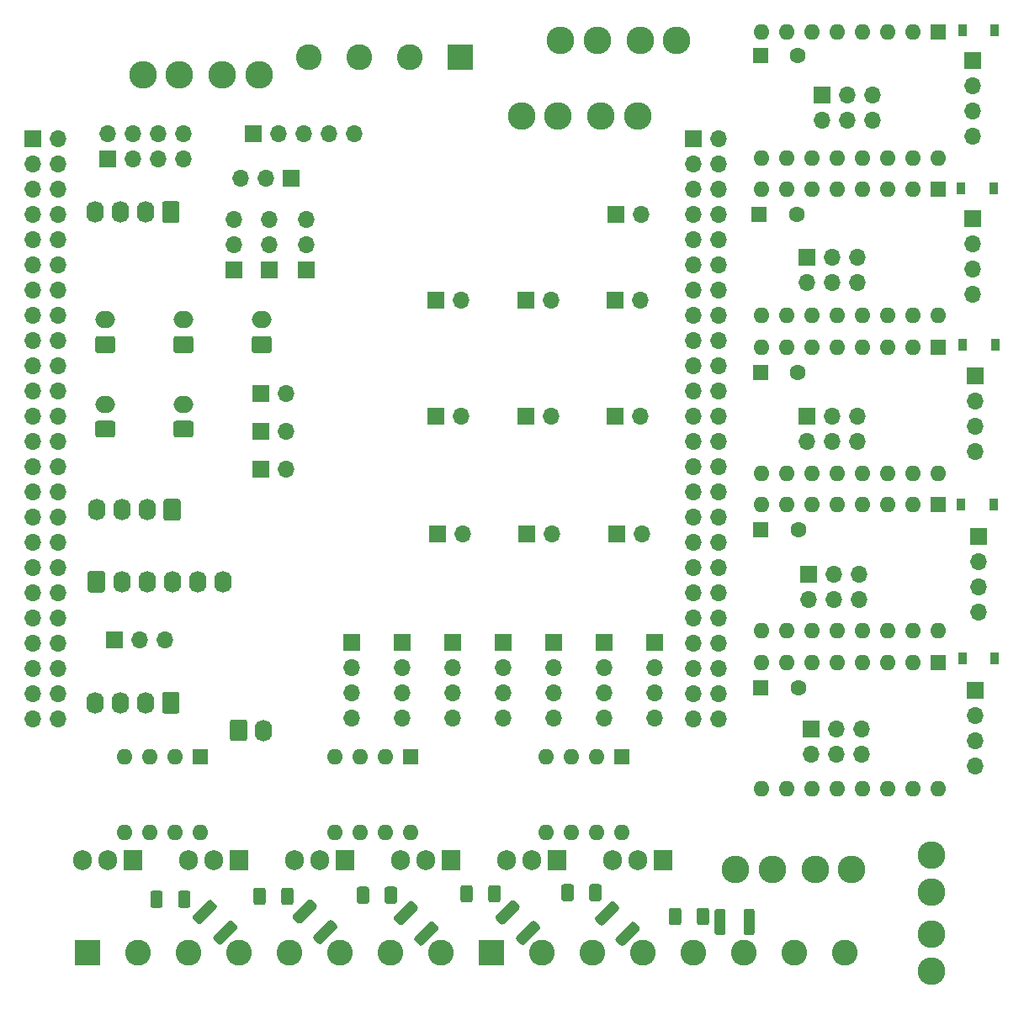
<source format=gbr>
%TF.GenerationSoftware,KiCad,Pcbnew,(5.1.10)-1*%
%TF.CreationDate,2021-08-20T00:09:58-04:00*%
%TF.ProjectId,Back_F407_expansion_board,4261636b-5f46-4343-9037-5f657870616e,rev?*%
%TF.SameCoordinates,Original*%
%TF.FileFunction,Soldermask,Bot*%
%TF.FilePolarity,Negative*%
%FSLAX46Y46*%
G04 Gerber Fmt 4.6, Leading zero omitted, Abs format (unit mm)*
G04 Created by KiCad (PCBNEW (5.1.10)-1) date 2021-08-20 00:09:58*
%MOMM*%
%LPD*%
G01*
G04 APERTURE LIST*
%ADD10C,2.780000*%
%ADD11O,1.740000X2.190000*%
%ADD12O,1.700000X1.700000*%
%ADD13R,1.700000X1.700000*%
%ADD14O,1.600000X1.600000*%
%ADD15R,1.600000X1.600000*%
%ADD16R,0.900000X1.200000*%
%ADD17C,1.600000*%
%ADD18C,2.600000*%
%ADD19R,2.600000X2.600000*%
%ADD20O,2.000000X1.700000*%
%ADD21O,1.905000X2.000000*%
%ADD22R,1.905000X2.000000*%
G04 APERTURE END LIST*
D10*
%TO.C,F5*%
X163550600Y-118956600D03*
X163550600Y-122656600D03*
X163550600Y-126956600D03*
X163550600Y-130656600D03*
%TD*%
%TO.C,F4*%
X84176600Y-40411400D03*
X87876600Y-40411400D03*
X92176600Y-40411400D03*
X95876600Y-40411400D03*
%TD*%
%TO.C,F3*%
X143824200Y-120421400D03*
X147524200Y-120421400D03*
X151824200Y-120421400D03*
X155524200Y-120421400D03*
%TD*%
%TO.C,F2*%
X133958600Y-44526200D03*
X130258600Y-44526200D03*
X125958600Y-44526200D03*
X122258600Y-44526200D03*
%TD*%
%TO.C,F1*%
X137912600Y-36906200D03*
X134212600Y-36906200D03*
X129912600Y-36906200D03*
X126212600Y-36906200D03*
%TD*%
%TO.C,D19*%
G36*
G01*
X87729900Y-124043600D02*
X87729900Y-122793600D01*
G75*
G02*
X87979900Y-122543600I250000J0D01*
G01*
X88729900Y-122543600D01*
G75*
G02*
X88979900Y-122793600I0J-250000D01*
G01*
X88979900Y-124043600D01*
G75*
G02*
X88729900Y-124293600I-250000J0D01*
G01*
X87979900Y-124293600D01*
G75*
G02*
X87729900Y-124043600I0J250000D01*
G01*
G37*
G36*
G01*
X84929900Y-124043600D02*
X84929900Y-122793600D01*
G75*
G02*
X85179900Y-122543600I250000J0D01*
G01*
X85929900Y-122543600D01*
G75*
G02*
X86179900Y-122793600I0J-250000D01*
G01*
X86179900Y-124043600D01*
G75*
G02*
X85929900Y-124293600I-250000J0D01*
G01*
X85179900Y-124293600D01*
G75*
G02*
X84929900Y-124043600I0J250000D01*
G01*
G37*
%TD*%
%TO.C,D17*%
G36*
G01*
X98093100Y-123738800D02*
X98093100Y-122488800D01*
G75*
G02*
X98343100Y-122238800I250000J0D01*
G01*
X99093100Y-122238800D01*
G75*
G02*
X99343100Y-122488800I0J-250000D01*
G01*
X99343100Y-123738800D01*
G75*
G02*
X99093100Y-123988800I-250000J0D01*
G01*
X98343100Y-123988800D01*
G75*
G02*
X98093100Y-123738800I0J250000D01*
G01*
G37*
G36*
G01*
X95293100Y-123738800D02*
X95293100Y-122488800D01*
G75*
G02*
X95543100Y-122238800I250000J0D01*
G01*
X96293100Y-122238800D01*
G75*
G02*
X96543100Y-122488800I0J-250000D01*
G01*
X96543100Y-123738800D01*
G75*
G02*
X96293100Y-123988800I-250000J0D01*
G01*
X95543100Y-123988800D01*
G75*
G02*
X95293100Y-123738800I0J250000D01*
G01*
G37*
%TD*%
%TO.C,D15*%
G36*
G01*
X108507100Y-123637200D02*
X108507100Y-122387200D01*
G75*
G02*
X108757100Y-122137200I250000J0D01*
G01*
X109507100Y-122137200D01*
G75*
G02*
X109757100Y-122387200I0J-250000D01*
G01*
X109757100Y-123637200D01*
G75*
G02*
X109507100Y-123887200I-250000J0D01*
G01*
X108757100Y-123887200D01*
G75*
G02*
X108507100Y-123637200I0J250000D01*
G01*
G37*
G36*
G01*
X105707100Y-123637200D02*
X105707100Y-122387200D01*
G75*
G02*
X105957100Y-122137200I250000J0D01*
G01*
X106707100Y-122137200D01*
G75*
G02*
X106957100Y-122387200I0J-250000D01*
G01*
X106957100Y-123637200D01*
G75*
G02*
X106707100Y-123887200I-250000J0D01*
G01*
X105957100Y-123887200D01*
G75*
G02*
X105707100Y-123637200I0J250000D01*
G01*
G37*
%TD*%
%TO.C,D13*%
G36*
G01*
X118932800Y-123484800D02*
X118932800Y-122234800D01*
G75*
G02*
X119182800Y-121984800I250000J0D01*
G01*
X119932800Y-121984800D01*
G75*
G02*
X120182800Y-122234800I0J-250000D01*
G01*
X120182800Y-123484800D01*
G75*
G02*
X119932800Y-123734800I-250000J0D01*
G01*
X119182800Y-123734800D01*
G75*
G02*
X118932800Y-123484800I0J250000D01*
G01*
G37*
G36*
G01*
X116132800Y-123484800D02*
X116132800Y-122234800D01*
G75*
G02*
X116382800Y-121984800I250000J0D01*
G01*
X117132800Y-121984800D01*
G75*
G02*
X117382800Y-122234800I0J-250000D01*
G01*
X117382800Y-123484800D01*
G75*
G02*
X117132800Y-123734800I-250000J0D01*
G01*
X116382800Y-123734800D01*
G75*
G02*
X116132800Y-123484800I0J250000D01*
G01*
G37*
%TD*%
%TO.C,D11*%
G36*
G01*
X129092800Y-123383200D02*
X129092800Y-122133200D01*
G75*
G02*
X129342800Y-121883200I250000J0D01*
G01*
X130092800Y-121883200D01*
G75*
G02*
X130342800Y-122133200I0J-250000D01*
G01*
X130342800Y-123383200D01*
G75*
G02*
X130092800Y-123633200I-250000J0D01*
G01*
X129342800Y-123633200D01*
G75*
G02*
X129092800Y-123383200I0J250000D01*
G01*
G37*
G36*
G01*
X126292800Y-123383200D02*
X126292800Y-122133200D01*
G75*
G02*
X126542800Y-121883200I250000J0D01*
G01*
X127292800Y-121883200D01*
G75*
G02*
X127542800Y-122133200I0J-250000D01*
G01*
X127542800Y-123383200D01*
G75*
G02*
X127292800Y-123633200I-250000J0D01*
G01*
X126542800Y-123633200D01*
G75*
G02*
X126292800Y-123383200I0J250000D01*
G01*
G37*
%TD*%
%TO.C,D9*%
G36*
G01*
X139913200Y-125770800D02*
X139913200Y-124520800D01*
G75*
G02*
X140163200Y-124270800I250000J0D01*
G01*
X140913200Y-124270800D01*
G75*
G02*
X141163200Y-124520800I0J-250000D01*
G01*
X141163200Y-125770800D01*
G75*
G02*
X140913200Y-126020800I-250000J0D01*
G01*
X140163200Y-126020800D01*
G75*
G02*
X139913200Y-125770800I0J250000D01*
G01*
G37*
G36*
G01*
X137113200Y-125770800D02*
X137113200Y-124520800D01*
G75*
G02*
X137363200Y-124270800I250000J0D01*
G01*
X138113200Y-124270800D01*
G75*
G02*
X138363200Y-124520800I0J-250000D01*
G01*
X138363200Y-125770800D01*
G75*
G02*
X138113200Y-126020800I-250000J0D01*
G01*
X137363200Y-126020800D01*
G75*
G02*
X137113200Y-125770800I0J250000D01*
G01*
G37*
%TD*%
%TO.C,R57*%
G36*
G01*
X91571000Y-124340719D02*
X90050719Y-125861000D01*
G75*
G02*
X89697167Y-125861000I-176776J176776D01*
G01*
X89255224Y-125419057D01*
G75*
G02*
X89255224Y-125065505I176776J176776D01*
G01*
X90775505Y-123545224D01*
G75*
G02*
X91129057Y-123545224I176776J-176776D01*
G01*
X91571000Y-123987167D01*
G75*
G02*
X91571000Y-124340719I-176776J-176776D01*
G01*
G37*
G36*
G01*
X93639288Y-126409007D02*
X92119007Y-127929288D01*
G75*
G02*
X91765455Y-127929288I-176776J176776D01*
G01*
X91323512Y-127487345D01*
G75*
G02*
X91323512Y-127133793I176776J176776D01*
G01*
X92843793Y-125613512D01*
G75*
G02*
X93197345Y-125613512I176776J-176776D01*
G01*
X93639288Y-126055455D01*
G75*
G02*
X93639288Y-126409007I-176776J-176776D01*
G01*
G37*
%TD*%
%TO.C,R55*%
G36*
G01*
X101629400Y-124289919D02*
X100109119Y-125810200D01*
G75*
G02*
X99755567Y-125810200I-176776J176776D01*
G01*
X99313624Y-125368257D01*
G75*
G02*
X99313624Y-125014705I176776J176776D01*
G01*
X100833905Y-123494424D01*
G75*
G02*
X101187457Y-123494424I176776J-176776D01*
G01*
X101629400Y-123936367D01*
G75*
G02*
X101629400Y-124289919I-176776J-176776D01*
G01*
G37*
G36*
G01*
X103697688Y-126358207D02*
X102177407Y-127878488D01*
G75*
G02*
X101823855Y-127878488I-176776J176776D01*
G01*
X101381912Y-127436545D01*
G75*
G02*
X101381912Y-127082993I176776J176776D01*
G01*
X102902193Y-125562712D01*
G75*
G02*
X103255745Y-125562712I176776J-176776D01*
G01*
X103697688Y-126004655D01*
G75*
G02*
X103697688Y-126358207I-176776J-176776D01*
G01*
G37*
%TD*%
%TO.C,R53*%
G36*
G01*
X111789400Y-124442319D02*
X110269119Y-125962600D01*
G75*
G02*
X109915567Y-125962600I-176776J176776D01*
G01*
X109473624Y-125520657D01*
G75*
G02*
X109473624Y-125167105I176776J176776D01*
G01*
X110993905Y-123646824D01*
G75*
G02*
X111347457Y-123646824I176776J-176776D01*
G01*
X111789400Y-124088767D01*
G75*
G02*
X111789400Y-124442319I-176776J-176776D01*
G01*
G37*
G36*
G01*
X113857688Y-126510607D02*
X112337407Y-128030888D01*
G75*
G02*
X111983855Y-128030888I-176776J176776D01*
G01*
X111541912Y-127588945D01*
G75*
G02*
X111541912Y-127235393I176776J176776D01*
G01*
X113062193Y-125715112D01*
G75*
G02*
X113415745Y-125715112I176776J-176776D01*
G01*
X113857688Y-126157055D01*
G75*
G02*
X113857688Y-126510607I-176776J-176776D01*
G01*
G37*
%TD*%
%TO.C,R51*%
G36*
G01*
X122036488Y-124377007D02*
X120516207Y-125897288D01*
G75*
G02*
X120162655Y-125897288I-176776J176776D01*
G01*
X119720712Y-125455345D01*
G75*
G02*
X119720712Y-125101793I176776J176776D01*
G01*
X121240993Y-123581512D01*
G75*
G02*
X121594545Y-123581512I176776J-176776D01*
G01*
X122036488Y-124023455D01*
G75*
G02*
X122036488Y-124377007I-176776J-176776D01*
G01*
G37*
G36*
G01*
X124104776Y-126445295D02*
X122584495Y-127965576D01*
G75*
G02*
X122230943Y-127965576I-176776J176776D01*
G01*
X121789000Y-127523633D01*
G75*
G02*
X121789000Y-127170081I176776J176776D01*
G01*
X123309281Y-125649800D01*
G75*
G02*
X123662833Y-125649800I176776J-176776D01*
G01*
X124104776Y-126091743D01*
G75*
G02*
X124104776Y-126445295I-176776J-176776D01*
G01*
G37*
%TD*%
%TO.C,R49*%
G36*
G01*
X132044088Y-124478607D02*
X130523807Y-125998888D01*
G75*
G02*
X130170255Y-125998888I-176776J176776D01*
G01*
X129728312Y-125556945D01*
G75*
G02*
X129728312Y-125203393I176776J176776D01*
G01*
X131248593Y-123683112D01*
G75*
G02*
X131602145Y-123683112I176776J-176776D01*
G01*
X132044088Y-124125055D01*
G75*
G02*
X132044088Y-124478607I-176776J-176776D01*
G01*
G37*
G36*
G01*
X134112376Y-126546895D02*
X132592095Y-128067176D01*
G75*
G02*
X132238543Y-128067176I-176776J176776D01*
G01*
X131796600Y-127625233D01*
G75*
G02*
X131796600Y-127271681I176776J176776D01*
G01*
X133316881Y-125751400D01*
G75*
G02*
X133670433Y-125751400I176776J-176776D01*
G01*
X134112376Y-126193343D01*
G75*
G02*
X134112376Y-126546895I-176776J-176776D01*
G01*
G37*
%TD*%
%TO.C,R47*%
G36*
G01*
X142827900Y-124629599D02*
X142827900Y-126779601D01*
G75*
G02*
X142577901Y-127029600I-249999J0D01*
G01*
X141952899Y-127029600D01*
G75*
G02*
X141702900Y-126779601I0J249999D01*
G01*
X141702900Y-124629599D01*
G75*
G02*
X141952899Y-124379600I249999J0D01*
G01*
X142577901Y-124379600D01*
G75*
G02*
X142827900Y-124629599I0J-249999D01*
G01*
G37*
G36*
G01*
X145752900Y-124629599D02*
X145752900Y-126779601D01*
G75*
G02*
X145502901Y-127029600I-249999J0D01*
G01*
X144877899Y-127029600D01*
G75*
G02*
X144627900Y-126779601I0J249999D01*
G01*
X144627900Y-124629599D01*
G75*
G02*
X144877899Y-124379600I249999J0D01*
G01*
X145502901Y-124379600D01*
G75*
G02*
X145752900Y-124629599I0J-249999D01*
G01*
G37*
%TD*%
D11*
%TO.C,J8*%
X96342200Y-106400600D03*
G36*
G01*
X92932200Y-107245601D02*
X92932200Y-105555599D01*
G75*
G02*
X93182199Y-105305600I249999J0D01*
G01*
X94422201Y-105305600D01*
G75*
G02*
X94672200Y-105555599I0J-249999D01*
G01*
X94672200Y-107245601D01*
G75*
G02*
X94422201Y-107495600I-249999J0D01*
G01*
X93182199Y-107495600D01*
G75*
G02*
X92932200Y-107245601I0J249999D01*
G01*
G37*
%TD*%
D12*
%TO.C,J29*%
X116332000Y-86614000D03*
D13*
X113792000Y-86614000D03*
%TD*%
D12*
%TO.C,J28*%
X125349000Y-86614000D03*
D13*
X122809000Y-86614000D03*
%TD*%
D12*
%TO.C,J27*%
X134366000Y-86614000D03*
D13*
X131826000Y-86614000D03*
%TD*%
D12*
%TO.C,J26*%
X116205000Y-74803000D03*
D13*
X113665000Y-74803000D03*
%TD*%
D12*
%TO.C,J20*%
X125222000Y-74803000D03*
D13*
X122682000Y-74803000D03*
%TD*%
D12*
%TO.C,J19*%
X134239000Y-74803000D03*
D13*
X131699000Y-74803000D03*
%TD*%
D12*
%TO.C,J18*%
X116205000Y-63119000D03*
D13*
X113665000Y-63119000D03*
%TD*%
D12*
%TO.C,J17*%
X125262000Y-63119000D03*
D13*
X122722000Y-63119000D03*
%TD*%
D12*
%TO.C,J13*%
X134239000Y-63119000D03*
D13*
X131699000Y-63119000D03*
%TD*%
D12*
%TO.C,J10*%
X134289800Y-54432200D03*
D13*
X131749800Y-54432200D03*
%TD*%
D12*
%TO.C,J2*%
X142070000Y-105260000D03*
X139530000Y-105260000D03*
X142070000Y-102720000D03*
X139530000Y-102720000D03*
X142070000Y-100180000D03*
X139530000Y-100180000D03*
X142070000Y-97640000D03*
X139530000Y-97640000D03*
X142070000Y-95100000D03*
X139530000Y-95100000D03*
X142070000Y-92560000D03*
X139530000Y-92560000D03*
X142070000Y-90020000D03*
X139530000Y-90020000D03*
X142070000Y-87480000D03*
X139530000Y-87480000D03*
X142070000Y-84940000D03*
X139530000Y-84940000D03*
X142070000Y-82400000D03*
X139530000Y-82400000D03*
X142070000Y-79860000D03*
X139530000Y-79860000D03*
X142070000Y-77320000D03*
X139530000Y-77320000D03*
X142070000Y-74780000D03*
X139530000Y-74780000D03*
X142070000Y-72240000D03*
X139530000Y-72240000D03*
X142070000Y-69700000D03*
X139530000Y-69700000D03*
X142070000Y-67160000D03*
X139530000Y-67160000D03*
X142070000Y-64620000D03*
X139530000Y-64620000D03*
X142070000Y-62080000D03*
X139530000Y-62080000D03*
X142070000Y-59540000D03*
X139530000Y-59540000D03*
X142070000Y-57000000D03*
X139530000Y-57000000D03*
X142070000Y-54460000D03*
X139530000Y-54460000D03*
X142070000Y-51920000D03*
X139530000Y-51920000D03*
X142070000Y-49380000D03*
X139530000Y-49380000D03*
X142070000Y-46840000D03*
D13*
X139530000Y-46840000D03*
%TD*%
D12*
%TO.C,J48*%
X100584000Y-54991000D03*
X100584000Y-57531000D03*
D13*
X100584000Y-60071000D03*
%TD*%
D12*
%TO.C,J47*%
X96901000Y-54991000D03*
X96901000Y-57531000D03*
D13*
X96901000Y-60071000D03*
%TD*%
D12*
%TO.C,J46*%
X93345000Y-54991000D03*
X93345000Y-57531000D03*
D13*
X93345000Y-60071000D03*
%TD*%
D12*
%TO.C,J45*%
X86360000Y-97282000D03*
X83820000Y-97282000D03*
D13*
X81280000Y-97282000D03*
%TD*%
D12*
%TO.C,J1*%
X75650000Y-105270000D03*
X73110000Y-105270000D03*
X75650000Y-102730000D03*
X73110000Y-102730000D03*
X75650000Y-100190000D03*
X73110000Y-100190000D03*
X75650000Y-97650000D03*
X73110000Y-97650000D03*
X75650000Y-95110000D03*
X73110000Y-95110000D03*
X75650000Y-92570000D03*
X73110000Y-92570000D03*
X75650000Y-90030000D03*
X73110000Y-90030000D03*
X75650000Y-87490000D03*
X73110000Y-87490000D03*
X75650000Y-84950000D03*
X73110000Y-84950000D03*
X75650000Y-82410000D03*
X73110000Y-82410000D03*
X75650000Y-79870000D03*
X73110000Y-79870000D03*
X75650000Y-77330000D03*
X73110000Y-77330000D03*
X75650000Y-74790000D03*
X73110000Y-74790000D03*
X75650000Y-72250000D03*
X73110000Y-72250000D03*
X75650000Y-69710000D03*
X73110000Y-69710000D03*
X75650000Y-67170000D03*
X73110000Y-67170000D03*
X75650000Y-64630000D03*
X73110000Y-64630000D03*
X75650000Y-62090000D03*
X73110000Y-62090000D03*
X75650000Y-59550000D03*
X73110000Y-59550000D03*
X75650000Y-57010000D03*
X73110000Y-57010000D03*
X75650000Y-54470000D03*
X73110000Y-54470000D03*
X75650000Y-51930000D03*
X73110000Y-51930000D03*
X75650000Y-49390000D03*
X73110000Y-49390000D03*
X75650000Y-46850000D03*
D13*
X73110000Y-46850000D03*
%TD*%
D14*
%TO.C,U1*%
X111125000Y-116713000D03*
X103505000Y-109093000D03*
X108585000Y-116713000D03*
X106045000Y-109093000D03*
X106045000Y-116713000D03*
X108585000Y-109093000D03*
X103505000Y-116713000D03*
D15*
X111125000Y-109093000D03*
%TD*%
D14*
%TO.C,A3*%
X164211000Y-48768000D03*
X146431000Y-36068000D03*
X161671000Y-48768000D03*
X148971000Y-36068000D03*
X159131000Y-48768000D03*
X151511000Y-36068000D03*
X156591000Y-48768000D03*
X154051000Y-36068000D03*
X154051000Y-48768000D03*
X156591000Y-36068000D03*
X151511000Y-48768000D03*
X159131000Y-36068000D03*
X148971000Y-48768000D03*
X161671000Y-36068000D03*
X146431000Y-48768000D03*
D15*
X164211000Y-36068000D03*
%TD*%
D14*
%TO.C,A1*%
X164211000Y-80518000D03*
X146431000Y-67818000D03*
X161671000Y-80518000D03*
X148971000Y-67818000D03*
X159131000Y-80518000D03*
X151511000Y-67818000D03*
X156591000Y-80518000D03*
X154051000Y-67818000D03*
X154051000Y-80518000D03*
X156591000Y-67818000D03*
X151511000Y-80518000D03*
X159131000Y-67818000D03*
X148971000Y-80518000D03*
X161671000Y-67818000D03*
X146431000Y-80518000D03*
D15*
X164211000Y-67818000D03*
%TD*%
D12*
%TO.C,J15*%
X167640000Y-62484000D03*
X167640000Y-59944000D03*
X167640000Y-57404000D03*
D13*
X167640000Y-54864000D03*
%TD*%
D16*
%TO.C,D4*%
X169797000Y-51816000D03*
X166497000Y-51816000D03*
%TD*%
D17*
%TO.C,C4*%
X149977000Y-54483000D03*
D15*
X146177000Y-54483000D03*
%TD*%
D14*
%TO.C,A2*%
X164211000Y-64643000D03*
X146431000Y-51943000D03*
X161671000Y-64643000D03*
X148971000Y-51943000D03*
X159131000Y-64643000D03*
X151511000Y-51943000D03*
X156591000Y-64643000D03*
X154051000Y-51943000D03*
X154051000Y-64643000D03*
X156591000Y-51943000D03*
X151511000Y-64643000D03*
X159131000Y-51943000D03*
X148971000Y-64643000D03*
X161671000Y-51943000D03*
X146431000Y-64643000D03*
D15*
X164211000Y-51943000D03*
%TD*%
D12*
%TO.C,J40*%
X156083000Y-61341000D03*
X156083000Y-58801000D03*
X153543000Y-61341000D03*
X153543000Y-58801000D03*
X151003000Y-61341000D03*
D13*
X151003000Y-58801000D03*
%TD*%
D11*
%TO.C,J4*%
X79502000Y-84201000D03*
X82042000Y-84201000D03*
X84582000Y-84201000D03*
G36*
G01*
X87992000Y-83355999D02*
X87992000Y-85046001D01*
G75*
G02*
X87742001Y-85296000I-249999J0D01*
G01*
X86501999Y-85296000D01*
G75*
G02*
X86252000Y-85046001I0J249999D01*
G01*
X86252000Y-83355999D01*
G75*
G02*
X86501999Y-83106000I249999J0D01*
G01*
X87742001Y-83106000D01*
G75*
G02*
X87992000Y-83355999I0J-249999D01*
G01*
G37*
%TD*%
%TO.C,J5*%
X79375000Y-54229000D03*
X81915000Y-54229000D03*
X84455000Y-54229000D03*
G36*
G01*
X87865000Y-53383999D02*
X87865000Y-55074001D01*
G75*
G02*
X87615001Y-55324000I-249999J0D01*
G01*
X86374999Y-55324000D01*
G75*
G02*
X86125000Y-55074001I0J249999D01*
G01*
X86125000Y-53383999D01*
G75*
G02*
X86374999Y-53134000I249999J0D01*
G01*
X87615001Y-53134000D01*
G75*
G02*
X87865000Y-53383999I0J-249999D01*
G01*
G37*
%TD*%
D14*
%TO.C,A4*%
X164211000Y-96393000D03*
X146431000Y-83693000D03*
X161671000Y-96393000D03*
X148971000Y-83693000D03*
X159131000Y-96393000D03*
X151511000Y-83693000D03*
X156591000Y-96393000D03*
X154051000Y-83693000D03*
X154051000Y-96393000D03*
X156591000Y-83693000D03*
X151511000Y-96393000D03*
X159131000Y-83693000D03*
X148971000Y-96393000D03*
X161671000Y-83693000D03*
X146431000Y-96393000D03*
D15*
X164211000Y-83693000D03*
%TD*%
D12*
%TO.C,J44*%
X156464000Y-108839000D03*
X156464000Y-106299000D03*
X153924000Y-108839000D03*
X153924000Y-106299000D03*
X151384000Y-108839000D03*
D13*
X151384000Y-106299000D03*
%TD*%
D12*
%TO.C,J43*%
X156210000Y-93218000D03*
X156210000Y-90678000D03*
X153670000Y-93218000D03*
X153670000Y-90678000D03*
X151130000Y-93218000D03*
D13*
X151130000Y-90678000D03*
%TD*%
D12*
%TO.C,J42*%
X157607000Y-44958000D03*
X157607000Y-42418000D03*
X155067000Y-44958000D03*
X155067000Y-42418000D03*
X152527000Y-44958000D03*
D13*
X152527000Y-42418000D03*
%TD*%
D12*
%TO.C,J41*%
X156083000Y-77343000D03*
X156083000Y-74803000D03*
X153543000Y-77343000D03*
X153543000Y-74803000D03*
X151003000Y-77343000D03*
D13*
X151003000Y-74803000D03*
%TD*%
D12*
%TO.C,J12*%
X105156000Y-105156000D03*
X105156000Y-102616000D03*
X105156000Y-100076000D03*
D13*
X105156000Y-97536000D03*
%TD*%
D12*
%TO.C,J39*%
X135636000Y-105156000D03*
X135636000Y-102616000D03*
X135636000Y-100076000D03*
D13*
X135636000Y-97536000D03*
%TD*%
%TO.C,J38*%
X130556000Y-97536000D03*
D12*
X130556000Y-100076000D03*
X130556000Y-102616000D03*
X130556000Y-105156000D03*
%TD*%
%TO.C,J37*%
X125476000Y-105156000D03*
X125476000Y-102616000D03*
X125476000Y-100076000D03*
D13*
X125476000Y-97536000D03*
%TD*%
D12*
%TO.C,J36*%
X120396000Y-105156000D03*
X120396000Y-102616000D03*
X120396000Y-100076000D03*
D13*
X120396000Y-97536000D03*
%TD*%
D12*
%TO.C,J35*%
X115316000Y-105156000D03*
X115316000Y-102616000D03*
X115316000Y-100076000D03*
D13*
X115316000Y-97536000D03*
%TD*%
D12*
%TO.C,J34*%
X110236000Y-105156000D03*
X110236000Y-102616000D03*
X110236000Y-100076000D03*
D13*
X110236000Y-97536000D03*
%TD*%
D18*
%TO.C,J33*%
X114173000Y-128778000D03*
X109093000Y-128778000D03*
X104013000Y-128778000D03*
X98933000Y-128778000D03*
X93853000Y-128778000D03*
X88773000Y-128778000D03*
X83693000Y-128778000D03*
D19*
X78613000Y-128778000D03*
%TD*%
D18*
%TO.C,J32*%
X154813000Y-128778000D03*
X149733000Y-128778000D03*
X144653000Y-128778000D03*
X139573000Y-128778000D03*
X134493000Y-128778000D03*
X129413000Y-128778000D03*
X124333000Y-128778000D03*
D19*
X119253000Y-128778000D03*
%TD*%
D18*
%TO.C,J31*%
X100838000Y-38608000D03*
X105918000Y-38608000D03*
X110998000Y-38608000D03*
D19*
X116078000Y-38608000D03*
%TD*%
D20*
%TO.C,R2*%
X80391000Y-65064000D03*
G36*
G01*
X81141000Y-68414000D02*
X79641000Y-68414000D01*
G75*
G02*
X79391000Y-68164000I0J250000D01*
G01*
X79391000Y-66964000D01*
G75*
G02*
X79641000Y-66714000I250000J0D01*
G01*
X81141000Y-66714000D01*
G75*
G02*
X81391000Y-66964000I0J-250000D01*
G01*
X81391000Y-68164000D01*
G75*
G02*
X81141000Y-68414000I-250000J0D01*
G01*
G37*
%TD*%
%TO.C,R22*%
X88265000Y-73573000D03*
G36*
G01*
X89015000Y-76923000D02*
X87515000Y-76923000D01*
G75*
G02*
X87265000Y-76673000I0J250000D01*
G01*
X87265000Y-75473000D01*
G75*
G02*
X87515000Y-75223000I250000J0D01*
G01*
X89015000Y-75223000D01*
G75*
G02*
X89265000Y-75473000I0J-250000D01*
G01*
X89265000Y-76673000D01*
G75*
G02*
X89015000Y-76923000I-250000J0D01*
G01*
G37*
%TD*%
%TO.C,R20*%
X80391000Y-73573000D03*
G36*
G01*
X81141000Y-76923000D02*
X79641000Y-76923000D01*
G75*
G02*
X79391000Y-76673000I0J250000D01*
G01*
X79391000Y-75473000D01*
G75*
G02*
X79641000Y-75223000I250000J0D01*
G01*
X81141000Y-75223000D01*
G75*
G02*
X81391000Y-75473000I0J-250000D01*
G01*
X81391000Y-76673000D01*
G75*
G02*
X81141000Y-76923000I-250000J0D01*
G01*
G37*
%TD*%
%TO.C,R19*%
X96139000Y-65064000D03*
G36*
G01*
X96889000Y-68414000D02*
X95389000Y-68414000D01*
G75*
G02*
X95139000Y-68164000I0J250000D01*
G01*
X95139000Y-66964000D01*
G75*
G02*
X95389000Y-66714000I250000J0D01*
G01*
X96889000Y-66714000D01*
G75*
G02*
X97139000Y-66964000I0J-250000D01*
G01*
X97139000Y-68164000D01*
G75*
G02*
X96889000Y-68414000I-250000J0D01*
G01*
G37*
%TD*%
%TO.C,R17*%
X88265000Y-65064000D03*
G36*
G01*
X89015000Y-68414000D02*
X87515000Y-68414000D01*
G75*
G02*
X87265000Y-68164000I0J250000D01*
G01*
X87265000Y-66964000D01*
G75*
G02*
X87515000Y-66714000I250000J0D01*
G01*
X89015000Y-66714000D01*
G75*
G02*
X89265000Y-66964000I0J-250000D01*
G01*
X89265000Y-68164000D01*
G75*
G02*
X89015000Y-68414000I-250000J0D01*
G01*
G37*
%TD*%
D14*
%TO.C,U3*%
X89916000Y-116713000D03*
X82296000Y-109093000D03*
X87376000Y-116713000D03*
X84836000Y-109093000D03*
X84836000Y-116713000D03*
X87376000Y-109093000D03*
X82296000Y-116713000D03*
D15*
X89916000Y-109093000D03*
%TD*%
D14*
%TO.C,U2*%
X132334000Y-116713000D03*
X124714000Y-109093000D03*
X129794000Y-116713000D03*
X127254000Y-109093000D03*
X127254000Y-116713000D03*
X129794000Y-109093000D03*
X124714000Y-116713000D03*
D15*
X132334000Y-109093000D03*
%TD*%
D21*
%TO.C,Q6*%
X88773000Y-119507000D03*
X91313000Y-119507000D03*
D22*
X93853000Y-119507000D03*
%TD*%
D21*
%TO.C,Q5*%
X78105000Y-119507000D03*
X80645000Y-119507000D03*
D22*
X83185000Y-119507000D03*
%TD*%
D21*
%TO.C,Q4*%
X131445000Y-119507000D03*
X133985000Y-119507000D03*
D22*
X136525000Y-119507000D03*
%TD*%
D21*
%TO.C,Q3*%
X120777000Y-119507000D03*
X123317000Y-119507000D03*
D22*
X125857000Y-119507000D03*
%TD*%
D21*
%TO.C,Q2*%
X110109000Y-119507000D03*
X112649000Y-119507000D03*
D22*
X115189000Y-119507000D03*
%TD*%
D21*
%TO.C,Q1*%
X99441000Y-119507000D03*
X101981000Y-119507000D03*
D22*
X104521000Y-119507000D03*
%TD*%
D12*
%TO.C,J30*%
X167894000Y-109982000D03*
X167894000Y-107442000D03*
X167894000Y-104902000D03*
D13*
X167894000Y-102362000D03*
%TD*%
D12*
%TO.C,J25*%
X98552000Y-80137000D03*
D13*
X96012000Y-80137000D03*
%TD*%
D12*
%TO.C,J24*%
X98552000Y-76327000D03*
D13*
X96012000Y-76327000D03*
%TD*%
D12*
%TO.C,J23*%
X98552000Y-72517000D03*
D13*
X96012000Y-72517000D03*
%TD*%
D12*
%TO.C,J22*%
X168275000Y-94488000D03*
X168275000Y-91948000D03*
X168275000Y-89408000D03*
D13*
X168275000Y-86868000D03*
%TD*%
D12*
%TO.C,J21*%
X167640000Y-46609000D03*
X167640000Y-44069000D03*
X167640000Y-41529000D03*
D13*
X167640000Y-38989000D03*
%TD*%
D12*
%TO.C,J16*%
X167894000Y-78359000D03*
X167894000Y-75819000D03*
X167894000Y-73279000D03*
D13*
X167894000Y-70739000D03*
%TD*%
D12*
%TO.C,J14*%
X105473500Y-46291500D03*
X102933500Y-46291500D03*
X100393500Y-46291500D03*
X97853500Y-46291500D03*
D13*
X95313500Y-46291500D03*
%TD*%
D12*
%TO.C,J11*%
X93980000Y-50800000D03*
X96520000Y-50800000D03*
D13*
X99060000Y-50800000D03*
%TD*%
D12*
%TO.C,J7*%
X88260000Y-46360000D03*
X88260000Y-48900000D03*
X85720000Y-46360000D03*
X85720000Y-48900000D03*
X83180000Y-46360000D03*
X83180000Y-48900000D03*
X80640000Y-46360000D03*
D13*
X80640000Y-48900000D03*
%TD*%
D11*
%TO.C,J6*%
X79375000Y-103632000D03*
X81915000Y-103632000D03*
X84455000Y-103632000D03*
G36*
G01*
X87865000Y-102786999D02*
X87865000Y-104477001D01*
G75*
G02*
X87615001Y-104727000I-249999J0D01*
G01*
X86374999Y-104727000D01*
G75*
G02*
X86125000Y-104477001I0J249999D01*
G01*
X86125000Y-102786999D01*
G75*
G02*
X86374999Y-102537000I249999J0D01*
G01*
X87615001Y-102537000D01*
G75*
G02*
X87865000Y-102786999I0J-249999D01*
G01*
G37*
%TD*%
%TO.C,J3*%
X92202000Y-91440000D03*
X89662000Y-91440000D03*
X87122000Y-91440000D03*
X84582000Y-91440000D03*
X82042000Y-91440000D03*
G36*
G01*
X78632000Y-92285001D02*
X78632000Y-90594999D01*
G75*
G02*
X78881999Y-90345000I249999J0D01*
G01*
X80122001Y-90345000D01*
G75*
G02*
X80372000Y-90594999I0J-249999D01*
G01*
X80372000Y-92285001D01*
G75*
G02*
X80122001Y-92535000I-249999J0D01*
G01*
X78881999Y-92535000D01*
G75*
G02*
X78632000Y-92285001I0J249999D01*
G01*
G37*
%TD*%
D16*
%TO.C,D8*%
X169924000Y-99187000D03*
X166624000Y-99187000D03*
%TD*%
%TO.C,D7*%
X169797000Y-83693000D03*
X166497000Y-83693000D03*
%TD*%
%TO.C,D6*%
X169924000Y-35941000D03*
X166624000Y-35941000D03*
%TD*%
%TO.C,D5*%
X169925000Y-67564000D03*
X166625000Y-67564000D03*
%TD*%
D17*
%TO.C,C5*%
X150104000Y-70358000D03*
D15*
X146304000Y-70358000D03*
%TD*%
D17*
%TO.C,C3*%
X150114000Y-102108000D03*
D15*
X146314000Y-102108000D03*
%TD*%
D17*
%TO.C,C2*%
X150114000Y-86233000D03*
D15*
X146314000Y-86233000D03*
%TD*%
D17*
%TO.C,C1*%
X150104000Y-38481000D03*
D15*
X146304000Y-38481000D03*
%TD*%
D14*
%TO.C,A5*%
X164211000Y-112268000D03*
X146431000Y-99568000D03*
X161671000Y-112268000D03*
X148971000Y-99568000D03*
X159131000Y-112268000D03*
X151511000Y-99568000D03*
X156591000Y-112268000D03*
X154051000Y-99568000D03*
X154051000Y-112268000D03*
X156591000Y-99568000D03*
X151511000Y-112268000D03*
X159131000Y-99568000D03*
X148971000Y-112268000D03*
X161671000Y-99568000D03*
X146431000Y-112268000D03*
D15*
X164211000Y-99568000D03*
%TD*%
M02*

</source>
